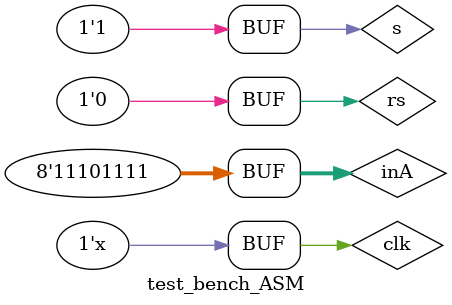
<source format=v>
`timescale 1ns/1ns
module test_bench_ASM();
reg [7:0]inA;
reg clk, rs ,s;

wire [3:0] out;

ASM_counter u0(clk, inA, rs, s,out);
initial
clk =0;

always
#5 clk=~clk;


initial begin
$monitor( "s=%b,inA=%b,rs=%b,out=%b", s,inA,rs,out);
 #20 rs<=1'b1;
 #20 rs<=1'b0;
 #20 s<=0;inA = 8'b10101111;
 #10 s <=1;
 #10 s<=1;
 #10 s<=1;
 #10 s<=1;
 #10 s<=1;
 #10 s<=1;
 #10 s<=1;
 #10 s<=1;
 #10 s<=1;
 #10 s<=0;
 #20 s<=0;inA = 8'b11101111;
 #10 s <=1;
 #10 s<=1;
 #10 s<=1;
 #10 s<=1;
 #10 s<=1;
 #10 s<=1;
 #10 s<=1;
 #10 s<=1;
 #10 s<=1;
end
endmodule



</source>
